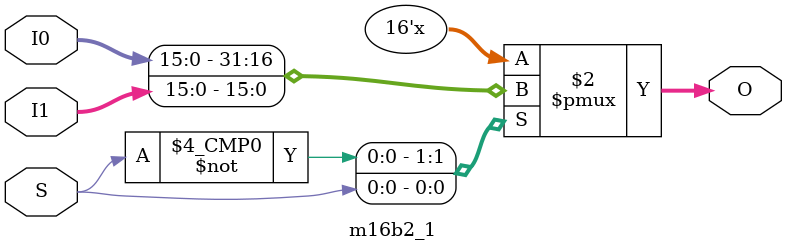
<source format=v>
`timescale 1ns / 1ps
module m16b2_1(
    input [15:0] I0,
    input [15:0] I1,
    input S,
    output reg [15:0] O
    );
	
	always @ (*)
		begin
		
			case(S)
			
				0:
					O = I0;
				1:
					O = I1;
				default:
					$display("ERROR! m16b2_ 1 SET VALUE OUT OF RANGE!");
				
			endcase
			
		end


endmodule

</source>
